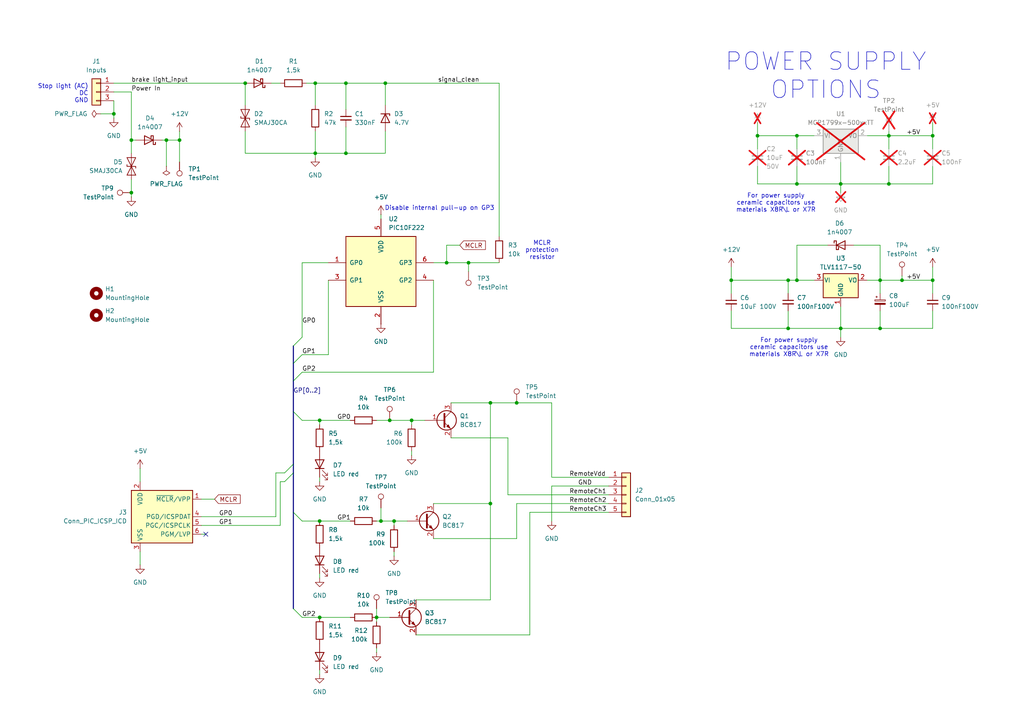
<source format=kicad_sch>
(kicad_sch (version 20231120) (generator "eeschema") (generator_version "8.0")
  (paper "A4")
  (title_block (title "BrakeTouch (Brake light gate opener)") (date "14 Mar 2025") (rev "01") (company "Adriano Arcadipane"))
  (lib_symbols
    (symbol "Connector:Conn_PIC_ICSP_ICD"
      (property "Reference" "J" (at 6.35 8.89 0))
      (property "Value" "Conn_PIC_ICSP_ICD" (at -8.89 -1.27 90))
      (symbol "Conn_PIC_ICSP_ICD_0_1"
        (rectangle (start -7.62 7.62) (end 10.16 -7.62) (stroke (width 0.254)) (fill (type background)))
      )
      (symbol "Conn_PIC_ICSP_ICD_1_1"
        (pin passive line (at 12.7 5.08 180) (length 2.54) (name "~{MCLR}/VPP") (number "1"))
        (pin passive line (at -5.08 10.16 270) (length 2.54) (name "VDD") (number "2"))
        (pin power_in line (at -5.08 -10.16 90) (length 2.54) (name "VSS") (number "3"))
        (pin bidirectional line (at 12.7 0 180) (length 2.54) (name "PGD/ICSPDAT") (number "4"))
        (pin output line (at 12.7 -2.54 180) (length 2.54) (name "PGC/ICSPCLK") (number "5"))
        (pin output line (at 12.7 -5.08 180) (length 2.54) (name "PGM/LVP") (number "6"))
      )
    )
    (symbol "Connector:TestPoint" (pin_numbers hide) (pin_names (offset 0.762) hide)
      (property "Reference" "TP" (at 0 6.858 0))
      (property "Value" "TestPoint" (at 0 5.08 0))
      (symbol "TestPoint_0_1"
        (circle (center 0 3.302) (radius 0.762))
      )
      (symbol "TestPoint_1_1"
        (pin passive line (at 0 0 90) (length 2.54) (name "1") (number "1"))
      )
    )
    (symbol "Connector_Generic:Conn_01x03" (pin_names (offset 1.016) hide)
      (property "Reference" "J" (at 0 5.08 0))
      (property "Value" "Conn_01x03" (at 0 -5.08 0))
      (symbol "Conn_01x03_1_1"
        (rectangle (start -1.27 -2.413) (end 0 -2.667) (stroke (width 0.1524)))
        (rectangle (start -1.27 0.127) (end 0 -0.127) (stroke (width 0.1524)))
        (rectangle (start -1.27 2.667) (end 0 2.413) (stroke (width 0.1524)))
        (rectangle (start -1.27 3.81) (end 1.27 -3.81) (stroke (width 0.254)) (fill (type background)))
        (pin passive line (at -5.08 2.54 0) (length 3.81) (name "Pin_1") (number "1"))
        (pin passive line (at -5.08 0 0) (length 3.81) (name "Pin_2") (number "2"))
        (pin passive line (at -5.08 -2.54 0) (length 3.81) (name "Pin_3") (number "3"))
      )
    )
    (symbol "Connector_Generic:Conn_01x05" (pin_names (offset 1.016) hide)
      (property "Reference" "J" (at 0 7.62 0))
      (property "Value" "Conn_01x05" (at 0 -7.62 0))
      (symbol "Conn_01x05_1_1"
        (rectangle (start -1.27 -4.953) (end 0 -5.207) (stroke (width 0.1524)))
        (rectangle (start -1.27 -2.413) (end 0 -2.667) (stroke (width 0.1524)))
        (rectangle (start -1.27 0.127) (end 0 -0.127) (stroke (width 0.1524)))
        (rectangle (start -1.27 2.667) (end 0 2.413) (stroke (width 0.1524)))
        (rectangle (start -1.27 5.207) (end 0 4.953) (stroke (width 0.1524)))
        (rectangle (start -1.27 6.35) (end 1.27 -6.35) (stroke (width 0.254)) (fill (type background)))
        (pin passive line (at -5.08 5.08 0) (length 3.81) (name "Pin_1") (number "1"))
        (pin passive line (at -5.08 2.54 0) (length 3.81) (name "Pin_2") (number "2"))
        (pin passive line (at -5.08 0 0) (length 3.81) (name "Pin_3") (number "3"))
        (pin passive line (at -5.08 -2.54 0) (length 3.81) (name "Pin_4") (number "4"))
        (pin passive line (at -5.08 -5.08 0) (length 3.81) (name "Pin_5") (number "5"))
      )
    )
    (symbol "Device:C_Polarized_Small" (pin_numbers hide) (pin_names (offset 0.254) hide)
      (property "Reference" "C" (at 0.254 1.778 0))
      (property "Value" "C_Polarized_Small" (at 0.254 -2.032 0))
      (symbol "C_Polarized_Small_0_1"
        (rectangle (start -1.524 -0.3048) (end 1.524 -0.6858) (fill (type outline)))
        (rectangle (start -1.524 0.6858) (end 1.524 0.3048))
        (polyline (pts (xy -1.27 1.524) (xy -0.762 1.524)))
        (polyline (pts (xy -1.016 1.27) (xy -1.016 1.778)))
      )
      (symbol "C_Polarized_Small_1_1"
        (pin passive line (at 0 2.54 270) (length 1.8542) (name "~") (number "1"))
        (pin passive line (at 0 -2.54 90) (length 1.8542) (name "~") (number "2"))
      )
    )
    (symbol "Device:C_Small" (pin_numbers hide) (pin_names (offset 0.254) hide)
      (property "Reference" "C" (at 0.254 1.778 0))
      (property "Value" "C_Small" (at 0.254 -2.032 0))
      (symbol "C_Small_0_1"
        (polyline (pts (xy -1.524 -0.508) (xy 1.524 -0.508)) (stroke (width 0.3302)))
        (polyline (pts (xy -1.524 0.508) (xy 1.524 0.508)) (stroke (width 0.3048)))
      )
      (symbol "C_Small_1_1"
        (pin passive line (at 0 2.54 270) (length 2.032) (name "~") (number "1"))
        (pin passive line (at 0 -2.54 90) (length 2.032) (name "~") (number "2"))
      )
    )
    (symbol "Device:LED" (pin_numbers hide) (pin_names (offset 1.016) hide)
      (property "Reference" "D" (at 0 2.54 0))
      (property "Value" "LED" (at 0 -2.54 0))
      (symbol "LED_0_1"
        (polyline (pts (xy -1.27 -1.27) (xy -1.27 1.27)) (stroke (width 0.254)))
        (polyline (pts (xy -1.27 0) (xy 1.27 0)))
        (polyline (pts (xy 1.27 -1.27) (xy 1.27 1.27) (xy -1.27 0) (xy 1.27 -1.27)) (stroke (width 0.254)))
        (polyline (pts (xy -3.048 -0.762) (xy -4.572 -2.286) (xy -3.81 -2.286) (xy -4.572 -2.286) (xy -4.572 -1.524)))
        (polyline (pts (xy -1.778 -0.762) (xy -3.302 -2.286) (xy -2.54 -2.286) (xy -3.302 -2.286) (xy -3.302 -1.524)))
      )
      (symbol "LED_1_1"
        (pin passive line (at -3.81 0 0) (length 2.54) (name "K") (number "1"))
        (pin passive line (at 3.81 0 180) (length 2.54) (name "A") (number "2"))
      )
    )
    (symbol "Device:R" (pin_numbers hide) (pin_names (offset 0))
      (property "Reference" "R" (at 2.032 0 90))
      (property "Value" "R" (at 0 0 90))
      (symbol "R_0_1"
        (rectangle (start -1.016 -2.54) (end 1.016 2.54) (stroke (width 0.254)))
      )
      (symbol "R_1_1"
        (pin passive line (at 0 3.81 270) (length 1.27) (name "~") (number "1"))
        (pin passive line (at 0 -3.81 90) (length 1.27) (name "~") (number "2"))
      )
    )
    (symbol "Diode:BZV55C4V7" (pin_numbers hide) (pin_names hide)
      (property "Reference" "D" (at 0 2.54 0))
      (property "Value" "BZV55C4V7" (at 0 -2.54 0))
      (symbol "BZV55C4V7_0_1"
        (polyline (pts (xy 1.27 0) (xy -1.27 0)))
        (polyline (pts (xy -1.27 -1.27) (xy -1.27 1.27) (xy -0.762 1.27)) (stroke (width 0.254)))
        (polyline (pts (xy 1.27 -1.27) (xy 1.27 1.27) (xy -1.27 0) (xy 1.27 -1.27)) (stroke (width 0.254)))
      )
      (symbol "BZV55C4V7_1_1"
        (pin passive line (at -3.81 0 0) (length 2.54) (name "K") (number "1"))
        (pin passive line (at 3.81 0 180) (length 2.54) (name "A") (number "2"))
      )
    )
    (symbol "Diode:SMAJ30CA" (pin_numbers hide) (pin_names (offset 1.016) hide)
      (property "Reference" "D" (at 0 2.54 0))
      (property "Value" "SMAJ30CA" (at 0 -2.54 0))
      (symbol "SMAJ30CA_0_1"
        (polyline (pts (xy 1.27 0) (xy -1.27 0)))
        (polyline (pts (xy -2.54 -1.27) (xy 0 0) (xy -2.54 1.27) (xy -2.54 -1.27)) (stroke (width 0.2032)))
        (polyline (pts (xy 0.508 1.27) (xy 0 1.27) (xy 0 -1.27) (xy -0.508 -1.27)) (stroke (width 0.2032)))
        (polyline (pts (xy 2.54 1.27) (xy 2.54 -1.27) (xy 0 0) (xy 2.54 1.27)) (stroke (width 0.2032)))
      )
      (symbol "SMAJ30CA_1_1"
        (pin passive line (at -3.81 0 0) (length 2.54) (name "A1") (number "1"))
        (pin passive line (at 3.81 0 180) (length 2.54) (name "A2") (number "2"))
      )
    )
    (symbol "Diode:SS210" (pin_numbers hide) (pin_names (offset 1.016) hide)
      (property "Reference" "D" (at 0 2.54 0))
      (property "Value" "SS210" (at 0 -2.54 0))
      (symbol "SS210_0_1"
        (polyline (pts (xy 1.27 0) (xy -1.27 0)))
        (polyline (pts (xy 1.27 1.27) (xy 1.27 -1.27) (xy -1.27 0) (xy 1.27 1.27)) (stroke (width 0.254)))
        (polyline (pts (xy -1.905 0.635) (xy -1.905 1.27) (xy -1.27 1.27) (xy -1.27 -1.27) (xy -0.635 -1.27) (xy -0.635 -0.635)) (stroke (width 0.254)))
      )
      (symbol "SS210_1_1"
        (pin passive line (at -3.81 0 0) (length 2.54) (name "K") (number "1"))
        (pin passive line (at 3.81 0 180) (length 2.54) (name "A") (number "2"))
      )
    )
    (symbol "MCU_Microchip_PIC10:PIC10F222-IOT" (pin_names (offset 1.016))
      (property "Reference" "U" (at 1.27 13.97 0))
      (property "Value" "PIC10F222-IOT" (at 1.27 11.43 0))
      (symbol "PIC10F222-IOT_0_1"
        (rectangle (start -10.16 10.16) (end 10.16 -10.16) (stroke (width 0.254)) (fill (type background)))
      )
      (symbol "PIC10F222-IOT_1_1"
        (pin bidirectional line (at -15.24 2.54 0) (length 5.08) (name "GP0") (number "1"))
        (pin power_in line (at 0 -15.24 90) (length 5.08) (name "VSS") (number "2"))
        (pin bidirectional line (at -15.24 -2.54 0) (length 5.08) (name "GP1") (number "3"))
        (pin bidirectional line (at 15.24 -2.54 180) (length 5.08) (name "GP2") (number "4"))
        (pin power_in line (at 0 15.24 270) (length 5.08) (name "VDD") (number "5"))
        (pin input line (at 15.24 2.54 180) (length 5.08) (name "GP3") (number "6"))
      )
    )
    (symbol "Mechanical:MountingHole" (pin_names (offset 1.016)) (exclude_from_sim yes) (in_bom no)
      (property "Reference" "H" (at 0 5.08 0))
      (property "Value" "MountingHole" (at 0 3.175 0))
      (symbol "MountingHole_0_1"
        (circle (center 0 0) (radius 1.27) (stroke (width 1.27)))
      )
    )
    (symbol "Regulator_Linear:MCP1799x-500xxTT" (pin_names (offset 0.254))
      (property "Reference" "U" (at -3.81 3.175 0))
      (property "Value" "MCP1799x-500xxTT" (at 0 3.175 0))
      (symbol "MCP1799x-500xxTT_0_1"
        (rectangle (start -5.08 1.905) (end 5.08 -5.08) (stroke (width 0.254)) (fill (type background)))
      )
      (symbol "MCP1799x-500xxTT_1_1"
        (pin power_in line (at 0 -7.62 90) (length 2.54) (name "GND") (number "1"))
        (pin power_out line (at 7.62 0 180) (length 2.54) (name "VO") (number "2"))
        (pin power_in line (at -7.62 0 0) (length 2.54) (name "VI") (number "3"))
      )
    )
    (symbol "Regulator_Linear:TLV1117-50" (pin_names (offset 0.254))
      (property "Reference" "U" (at -3.81 3.175 0))
      (property "Value" "TLV1117-50" (at 0 3.175 0))
      (symbol "TLV1117-50_0_1"
        (rectangle (start -5.08 -5.08) (end 5.08 1.905) (stroke (width 0.254)) (fill (type background)))
      )
      (symbol "TLV1117-50_1_1"
        (pin power_in line (at 0 -7.62 90) (length 2.54) (name "GND") (number "1"))
        (pin power_out line (at 7.62 0 180) (length 2.54) (name "VO") (number "2"))
        (pin power_in line (at -7.62 0 0) (length 2.54) (name "VI") (number "3"))
      )
    )
    (symbol "Transistor_BJT:BC817" (pin_names (offset 0) hide)
      (property "Reference" "Q" (at 5.08 1.905 0))
      (property "Value" "BC817" (at 5.08 0 0))
      (symbol "BC817_0_1"
        (polyline (pts (xy 0.635 0.635) (xy 2.54 2.54)))
        (polyline (pts (xy 0.635 -0.635) (xy 2.54 -2.54) (xy 2.54 -2.54)))
        (polyline (pts (xy 0.635 1.905) (xy 0.635 -1.905) (xy 0.635 -1.905)) (stroke (width 0.508)))
        (polyline (pts (xy 1.27 -1.778) (xy 1.778 -1.27) (xy 2.286 -2.286) (xy 1.27 -1.778) (xy 1.27 -1.778)) (fill (type outline)))
        (circle (center 1.27 0) (radius 2.8194) (stroke (width 0.254)))
      )
      (symbol "BC817_1_1"
        (pin input line (at -5.08 0 0) (length 5.715) (name "B") (number "1"))
        (pin passive line (at 2.54 -5.08 90) (length 2.54) (name "E") (number "2"))
        (pin passive line (at 2.54 5.08 270) (length 2.54) (name "C") (number "3"))
      )
    )
    (symbol "power:+5V" (power) (pin_numbers hide) (pin_names (offset 0) hide)
      (property "Value" "+5V" (at 0 3.556 0))
      (symbol "+5V_0_1"
        (polyline (pts (xy -0.762 1.27) (xy 0 2.54)))
        (polyline (pts (xy 0 0) (xy 0 2.54)))
        (polyline (pts (xy 0 2.54) (xy 0.762 1.27)))
      )
      (symbol "+5V_1_1"
        (pin power_in line (at 0 0 90) (length 0) (name "~") (number "1"))
      )
    )
    (symbol "power:GND" (power) (pin_numbers hide) (pin_names (offset 0) hide)
      (property "Value" "GND" (at 0 -3.81 0))
      (symbol "GND_0_1"
        (polyline (pts (xy 0 0) (xy 0 -1.27) (xy 1.27 -1.27) (xy 0 -2.54) (xy -1.27 -1.27) (xy 0 -1.27)))
      )
      (symbol "GND_1_1"
        (pin power_in line (at 0 0 270) (length 0) (name "~") (number "1"))
      )
    )
    (symbol "power:PWR_FLAG" (power) (pin_numbers hide) (pin_names (offset 0) hide)
      (property "Value" "PWR_FLAG" (at 0 3.81 0))
      (symbol "PWR_FLAG_0_0"
        (pin power_out line (at 0 0 90) (length 0) (name "~") (number "1"))
      )
      (symbol "PWR_FLAG_0_1"
        (polyline (pts (xy 0 0) (xy 0 1.27) (xy -1.016 1.905) (xy 0 2.54) (xy 1.016 1.905) (xy 0 1.27)))
      )
    )
  )
  (junction (at 228.6 81.28))
  (junction (at 33.02 33.02))
  (junction (at 91.44 24.13))
  (junction (at 48.26 40.64))
  (junction (at 135.89 76.2))
  (junction (at 100.33 44.45))
  (junction (at 231.14 53.34))
  (junction (at 142.24 116.84))
  (junction (at 91.44 44.45))
  (junction (at 111.76 24.13))
  (junction (at 119.38 121.92))
  (junction (at 109.22 179.07))
  (junction (at 270.51 81.28))
  (junction (at 100.33 24.13))
  (junction (at 92.71 151.13))
  (junction (at 92.71 179.07))
  (junction (at 212.09 81.28))
  (junction (at 257.81 53.34))
  (junction (at 243.84 53.34))
  (junction (at 71.12 24.13))
  (junction (at 110.49 151.13))
  (junction (at 113.03 121.92))
  (junction (at 270.51 39.37))
  (junction (at 255.27 95.25))
  (junction (at 219.71 39.37))
  (junction (at 149.86 116.84))
  (junction (at 231.14 39.37))
  (junction (at 228.6 95.25))
  (junction (at 129.54 76.2))
  (junction (at 38.1 40.64))
  (junction (at 257.81 39.37))
  (junction (at 243.84 95.25))
  (junction (at 114.3 151.13))
  (junction (at 261.62 81.28))
  (junction (at 142.24 146.05))
  (junction (at 231.14 81.28))
  (junction (at 52.07 40.64))
  (junction (at 92.71 121.92))
  (junction (at 255.27 81.28))
  (junction (at 38.1 55.88))
  (no_connect (at 59.69 154.94))
  (bus_entry (at 85.09 148.59) (size 2.54 2.54))
  (bus_entry (at 85.09 176.53) (size 2.54 2.54))
  (bus_entry (at 85.09 119.38) (size 2.54 2.54))
  (bus_entry (at 85.09 134.62) (size -2.54 2.54))
  (bus_entry (at 85.09 137.16) (size -2.54 2.54))
  (bus_entry (at 87.63 102.87) (size -2.54 2.54))
  (bus_entry (at 87.63 97.79) (size -2.54 2.54))
  (bus_entry (at 87.63 107.95) (size -2.54 2.54))
  (wire (pts (xy 109.22 179.07) (xy 109.22 180.34)))
  (wire (pts (xy 92.71 151.13) (xy 101.6 151.13)))
  (wire (pts (xy 144.78 24.13) (xy 144.78 68.58)))
  (wire (pts (xy 135.89 76.2) (xy 144.78 76.2)))
  (wire (pts (xy 243.84 53.34) (xy 257.81 53.34)))
  (wire (pts (xy 243.84 88.9) (xy 243.84 95.25)))
  (wire (pts (xy 261.62 80.01) (xy 261.62 81.28)))
  (wire (pts (xy 48.26 40.64) (xy 48.26 48.26)))
  (wire (pts (xy 176.53 140.97) (xy 160.02 140.97)))
  (wire (pts (xy 270.51 43.18) (xy 270.51 39.37)))
  (wire (pts (xy 111.76 44.45) (xy 100.33 44.45)))
  (wire (pts (xy 114.3 151.13) (xy 118.11 151.13)))
  (wire (pts (xy 257.81 48.26) (xy 257.81 53.34)))
  (wire (pts (xy 255.27 81.28) (xy 251.46 81.28)))
  (wire (pts (xy 119.38 121.92) (xy 119.38 123.19)))
  (wire (pts (xy 95.25 81.28) (xy 95.25 102.87)))
  (wire (pts (xy 52.07 38.1) (xy 52.07 40.64)))
  (wire (pts (xy 109.22 151.13) (xy 110.49 151.13)))
  (wire (pts (xy 87.63 76.2) (xy 95.25 76.2)))
  (wire (pts (xy 125.73 107.95) (xy 87.63 107.95)))
  (wire (pts (xy 231.14 53.34) (xy 243.84 53.34)))
  (wire (pts (xy 257.81 38.1) (xy 257.81 39.37)))
  (wire (pts (xy 142.24 116.84) (xy 142.24 146.05)))
  (wire (pts (xy 125.73 146.05) (xy 142.24 146.05)))
  (wire (pts (xy 114.3 151.13) (xy 114.3 152.4)))
  (wire (pts (xy 142.24 146.05) (xy 142.24 173.99)))
  (wire (pts (xy 243.84 53.34) (xy 243.84 55.88)))
  (wire (pts (xy 113.03 121.92) (xy 119.38 121.92)))
  (wire (pts (xy 228.6 81.28) (xy 228.6 85.09)))
  (wire (pts (xy 160.02 116.84) (xy 149.86 116.84)))
  (wire (pts (xy 247.65 71.12) (xy 255.27 71.12)))
  (wire (pts (xy 149.86 146.05) (xy 176.53 146.05)))
  (wire (pts (xy 149.86 156.21) (xy 125.73 156.21)))
  (wire (pts (xy 91.44 38.1) (xy 91.44 44.45)))
  (wire (pts (xy 33.02 33.02) (xy 33.02 34.29)))
  (wire (pts (xy 231.14 81.28) (xy 228.6 81.28)))
  (wire (pts (xy 88.9 24.13) (xy 91.44 24.13)))
  (wire (pts (xy 231.14 39.37) (xy 236.22 39.37)))
  (wire (pts (xy 91.44 24.13) (xy 100.33 24.13)))
  (wire (pts (xy 87.63 151.13) (xy 92.71 151.13)))
  (wire (pts (xy 110.49 151.13) (xy 114.3 151.13)))
  (wire (pts (xy 219.71 35.56) (xy 219.71 39.37)))
  (wire (pts (xy 92.71 179.07) (xy 101.6 179.07)))
  (wire (pts (xy 109.22 187.96) (xy 109.22 189.23)))
  (wire (pts (xy 38.1 26.67) (xy 38.1 40.64)))
  (wire (pts (xy 160.02 138.43) (xy 176.53 138.43)))
  (wire (pts (xy 257.81 39.37) (xy 257.81 43.18)))
  (wire (pts (xy 100.33 44.45) (xy 91.44 44.45)))
  (wire (pts (xy 231.14 48.26) (xy 231.14 53.34)))
  (wire (pts (xy 100.33 36.83) (xy 100.33 44.45)))
  (wire (pts (xy 38.1 40.64) (xy 39.37 40.64)))
  (wire (pts (xy 91.44 44.45) (xy 91.44 45.72)))
  (wire (pts (xy 228.6 95.25) (xy 243.84 95.25)))
  (bus (pts (xy 85.09 119.38) (xy 85.09 134.62)))
  (wire (pts (xy 111.76 38.1) (xy 111.76 44.45)))
  (wire (pts (xy 100.33 31.75) (xy 100.33 24.13)))
  (wire (pts (xy 270.51 90.17) (xy 270.51 95.25)))
  (wire (pts (xy 255.27 81.28) (xy 255.27 85.09)))
  (wire (pts (xy 270.51 85.09) (xy 270.51 81.28)))
  (wire (pts (xy 91.44 24.13) (xy 91.44 30.48)))
  (wire (pts (xy 71.12 44.45) (xy 91.44 44.45)))
  (wire (pts (xy 212.09 81.28) (xy 212.09 85.09)))
  (wire (pts (xy 251.46 39.37) (xy 257.81 39.37)))
  (wire (pts (xy 270.51 77.47) (xy 270.51 81.28)))
  (bus (pts (xy 85.09 148.59) (xy 85.09 176.53)))
  (bus (pts (xy 85.09 137.16) (xy 85.09 148.59)))
  (wire (pts (xy 81.28 139.7) (xy 81.28 152.4)))
  (wire (pts (xy 29.21 33.02) (xy 33.02 33.02)))
  (wire (pts (xy 81.28 152.4) (xy 58.42 152.4)))
  (wire (pts (xy 231.14 71.12) (xy 231.14 81.28)))
  (wire (pts (xy 59.69 154.94) (xy 58.42 154.94)))
  (wire (pts (xy 129.54 71.12) (xy 129.54 76.2)))
  (wire (pts (xy 33.02 24.13) (xy 71.12 24.13)))
  (wire (pts (xy 58.42 144.78) (xy 62.23 144.78)))
  (wire (pts (xy 92.71 194.31) (xy 92.71 195.58)))
  (bus (pts (xy 85.09 100.33) (xy 85.09 105.41)))
  (wire (pts (xy 71.12 38.1) (xy 71.12 44.45)))
  (wire (pts (xy 48.26 40.64) (xy 52.07 40.64)))
  (wire (pts (xy 92.71 166.37) (xy 92.71 167.64)))
  (wire (pts (xy 160.02 140.97) (xy 160.02 151.13)))
  (wire (pts (xy 243.84 95.25) (xy 255.27 95.25)))
  (wire (pts (xy 270.51 81.28) (xy 261.62 81.28)))
  (bus (pts (xy 85.09 134.62) (xy 85.09 137.16)))
  (wire (pts (xy 81.28 139.7) (xy 82.55 139.7)))
  (wire (pts (xy 87.63 179.07) (xy 92.71 179.07)))
  (wire (pts (xy 231.14 81.28) (xy 236.22 81.28)))
  (wire (pts (xy 243.84 95.25) (xy 243.84 97.79)))
  (wire (pts (xy 231.14 39.37) (xy 231.14 43.18)))
  (wire (pts (xy 80.01 149.86) (xy 58.42 149.86)))
  (wire (pts (xy 212.09 77.47) (xy 212.09 81.28)))
  (wire (pts (xy 38.1 52.07) (xy 38.1 55.88)))
  (wire (pts (xy 40.64 135.89) (xy 40.64 139.7)))
  (wire (pts (xy 219.71 39.37) (xy 219.71 43.18)))
  (wire (pts (xy 125.73 81.28) (xy 125.73 107.95)))
  (wire (pts (xy 270.51 48.26) (xy 270.51 53.34)))
  (wire (pts (xy 114.3 160.02) (xy 114.3 161.29)))
  (wire (pts (xy 255.27 81.28) (xy 261.62 81.28)))
  (wire (pts (xy 120.65 184.15) (xy 153.67 184.15)))
  (wire (pts (xy 130.81 127) (xy 147.32 127)))
  (wire (pts (xy 142.24 116.84) (xy 149.86 116.84)))
  (wire (pts (xy 120.65 173.99) (xy 142.24 173.99)))
  (wire (pts (xy 130.81 116.84) (xy 142.24 116.84)))
  (wire (pts (xy 149.86 146.05) (xy 149.86 156.21)))
  (wire (pts (xy 129.54 76.2) (xy 135.89 76.2)))
  (wire (pts (xy 111.76 24.13) (xy 144.78 24.13)))
  (wire (pts (xy 240.03 71.12) (xy 231.14 71.12)))
  (wire (pts (xy 119.38 121.92) (xy 123.19 121.92)))
  (wire (pts (xy 87.63 76.2) (xy 87.63 97.79)))
  (wire (pts (xy 92.71 138.43) (xy 92.71 139.7)))
  (wire (pts (xy 255.27 71.12) (xy 255.27 81.28)))
  (wire (pts (xy 228.6 81.28) (xy 212.09 81.28)))
  (wire (pts (xy 38.1 40.64) (xy 38.1 44.45)))
  (bus (pts (xy 85.09 110.49) (xy 85.09 119.38)))
  (wire (pts (xy 100.33 24.13) (xy 111.76 24.13)))
  (bus (pts (xy 85.09 105.41) (xy 85.09 110.49)))
  (wire (pts (xy 52.07 46.99) (xy 52.07 40.64)))
  (wire (pts (xy 270.51 39.37) (xy 257.81 39.37)))
  (wire (pts (xy 119.38 130.81) (xy 119.38 132.08)))
  (wire (pts (xy 40.64 160.02) (xy 40.64 163.83)))
  (wire (pts (xy 92.71 121.92) (xy 101.6 121.92)))
  (wire (pts (xy 257.81 53.34) (xy 270.51 53.34)))
  (wire (pts (xy 109.22 179.07) (xy 113.03 179.07)))
  (wire (pts (xy 109.22 121.92) (xy 113.03 121.92)))
  (wire (pts (xy 87.63 121.92) (xy 92.71 121.92)))
  (wire (pts (xy 147.32 143.51) (xy 176.53 143.51)))
  (wire (pts (xy 80.01 137.16) (xy 80.01 149.86)))
  (wire (pts (xy 147.32 127) (xy 147.32 143.51)))
  (wire (pts (xy 133.35 71.12) (xy 129.54 71.12)))
  (wire (pts (xy 125.73 76.2) (xy 129.54 76.2)))
  (wire (pts (xy 48.26 40.64) (xy 46.99 40.64)))
  (wire (pts (xy 255.27 95.25) (xy 270.51 95.25)))
  (wire (pts (xy 270.51 35.56) (xy 270.51 39.37)))
  (wire (pts (xy 80.01 137.16) (xy 82.55 137.16)))
  (wire (pts (xy 110.49 147.32) (xy 110.49 151.13)))
  (wire (pts (xy 109.22 176.53) (xy 109.22 179.07)))
  (wire (pts (xy 212.09 95.25) (xy 212.09 90.17)))
  (wire (pts (xy 228.6 90.17) (xy 228.6 95.25)))
  (wire (pts (xy 71.12 24.13) (xy 71.12 30.48)))
  (wire (pts (xy 219.71 53.34) (xy 219.71 48.26)))
  (wire (pts (xy 160.02 116.84) (xy 160.02 138.43)))
  (wire (pts (xy 153.67 148.59) (xy 176.53 148.59)))
  (wire (pts (xy 38.1 55.88) (xy 38.1 57.15)))
  (wire (pts (xy 219.71 39.37) (xy 231.14 39.37)))
  (wire (pts (xy 219.71 53.34) (xy 231.14 53.34)))
  (wire (pts (xy 111.76 24.13) (xy 111.76 30.48)))
  (wire (pts (xy 87.63 102.87) (xy 95.25 102.87)))
  (wire (pts (xy 78.74 24.13) (xy 81.28 24.13)))
  (wire (pts (xy 38.1 26.67) (xy 33.02 26.67)))
  (wire (pts (xy 110.49 62.23) (xy 110.49 63.5)))
  (wire (pts (xy 92.71 121.92) (xy 92.71 123.19)))
  (wire (pts (xy 255.27 90.17) (xy 255.27 95.25)))
  (wire (pts (xy 243.84 46.99) (xy 243.84 53.34)))
  (wire (pts (xy 153.67 148.59) (xy 153.67 184.15)))
  (wire (pts (xy 212.09 95.25) (xy 228.6 95.25)))
  (wire (pts (xy 135.89 76.2) (xy 135.89 78.74)))
  (wire (pts (xy 33.02 29.21) (xy 33.02 33.02)))
  (text "POWER SUPPLY\nOPTIONS" (at 239.522 22.098 0) (effects (font (size 5.08 5.08))))
  (text "For power supply\nceramic capacitors use\nmaterials X8R\\L or X7R" (at 225.044 58.928 0) (effects (font (size 1.27 1.27))))
  (text "For power supply\nceramic capacitors use\nmaterials X8R\\L or X7R" (at 228.854 100.838 0) (effects (font (size 1.27 1.27))))
  (text "Disable internal pull-up on GP3" (at 127.508 60.452 0) (effects (font (size 1.27 1.27))))
  (text "MCLR\nprotection\nresistor" (at 157.226 72.644 0) (effects (font (size 1.27 1.27))))
  (text "Stop light (AC)\nDC\nGND" (at 25.654 27.178 0) (effects (font (size 1.27 1.27)) (justify right)))
  (label "GP2" (at 87.63 107.95 0))
  (label "GP1" (at 63.5 152.4 0))
  (label "RemoteCh3" (at 165.1 148.59 0))
  (label "Power In" (at 38.1 26.67 0))
  (label "RemoteCh1" (at 165.1 143.51 0))
  (label "RemoteCh2" (at 165.1 146.05 0))
  (label "GP1" (at 87.63 102.87 0))
  (label "RemoteVdd" (at 165.1 138.43 0))
  (label "GP0" (at 87.63 93.98 0))
  (label "GP0" (at 97.79 121.92 0))
  (label "GP[0..2]" (at 85.09 114.3 0))
  (label "brake light_input" (at 38.1 24.13 0))
  (label "+5V" (at 262.89 81.28 0))
  (label "GP0" (at 63.5 149.86 0))
  (label "+5V" (at 262.89 39.37 0))
  (label "GP2" (at 87.63 179.07 0))
  (label "signal_clean" (at 127 24.13 0))
  (label "GP1" (at 97.79 151.13 0))
  (label "GND" (at 167.64 140.97 0))
  (global_label "MCLR" (shape input) (at 62.23 144.78 0) (property "Intersheetrefs" "${INTERSHEET_REFS}" (effects (hide yes))))
  (global_label "MCLR" (shape input) (at 133.35 71.12 0) (property "Intersheetrefs" "${INTERSHEET_REFS}" (effects (hide yes))))
  (symbol (lib_id "power:GND") (at 243.84 97.79 0) (unit 1)
    (property "Reference" "#PWR013" (effects (hide yes)))
    (property "Value" "GND" (at 243.84 102.87 0))
    (property "Description" "Power symbol creates a global label with name \"GND\" , ground" (effects (hide yes)))
  )
  (symbol (lib_id "Device:R") (at 85.09 24.13 270) (unit 1)
    (property "Reference" "R1" (at 85.09 17.78 90))
    (property "Value" "1,5k" (at 85.09 20.32 90))
    (property "Footprint" "Resistor_SMD:R_0805_2012Metric" (effects (hide yes)))
    (property "Datasheet" "https://jlcpcb.com/api/file/downloadByFileSystemAccessId/8579706440690286592" (effects (hide yes)))
    (property "Description" "Resistor" (effects (hide yes)))
    (property "P/N" "0805W8F1501T5E" (effects (hide yes)))
  )
  (symbol (lib_id "Device:R") (at 105.41 179.07 90) (unit 1)
    (property "Reference" "R10" (at 105.41 172.72 90))
    (property "Value" "10k" (at 105.41 175.26 90))
    (property "Footprint" "Resistor_SMD:R_0805_2012Metric" (effects (hide yes)))
    (property "Datasheet" "https://jlcpcb.com/api/file/downloadByFileSystemAccessId/8579706440690286592" (effects (hide yes)))
    (property "Description" "Resistor" (effects (hide yes)))
    (property "P/N" "0805W8F1002T5E" (effects (hide yes)))
  )
  (symbol (lib_id "Device:C_Small") (at 257.81 45.72 0) (unit 1) (exclude_from_sim yes) (in_bom no) (on_board no) (dnp yes)
    (property "Reference" "C4" (at 260.35 44.4562 0) (effects (justify left)))
    (property "Value" "2.2uF" (at 260.35 46.9962 0) (effects (justify left)))
    (property "Footprint" "Capacitor_SMD:C_0805_2012Metric" (effects (hide yes)))
    (property "Datasheet" "Samsung" (effects (hide yes)))
    (property "Description" "Unpolarized capacitor, small symbol" (effects (hide yes)))
    (property "P/N" "CL21A225KBQNNNE" (effects (hide yes)))
  )
  (symbol (lib_id "Mechanical:MountingHole") (at 27.94 85.09 0) (unit 1) (exclude_from_sim yes) (in_bom no)
    (property "Reference" "H1" (at 30.48 83.8199 0) (effects (justify left)))
    (property "Value" "MountingHole" (at 30.48 86.3599 0) (effects (justify left)))
    (property "Footprint" "MountingHole:MountingHole_3.2mm_M3" (effects (hide yes)))
    (property "Description" "Mounting Hole without connection" (effects (hide yes)))
  )
  (symbol (lib_id "Device:C_Small") (at 212.09 87.63 0) (unit 1)
    (property "Reference" "C6" (at 214.63 86.3662 0) (effects (justify left)))
    (property "Value" "10uF 100V" (at 214.63 88.9062 0) (effects (justify left)))
    (property "Footprint" "Capacitor_SMD:C_1210_3225Metric" (effects (hide yes)))
    (property "Datasheet" "https://www.lcsc.com/datasheet/lcsc_datasheet_2410121942_Murata-Electronics-GRM32EC72A106KE05L_C576517.pdf" (effects (hide yes)))
    (property "Description" "Unpolarized capacitor, small symbol" (effects (hide yes)))
    (property "P/N" "GRM32EC72A106KE05L" (effects (hide yes)))
  )
  (symbol (lib_id "Connector_Generic:Conn_01x05") (at 181.61 143.51 0) (unit 1)
    (property "Reference" "J2" (at 184.15 142.2399 0) (effects (justify left)))
    (property "Value" "Conn_01x05" (at 184.15 144.7799 0) (effects (justify left)))
    (property "Footprint" "Connector_PinHeader_2.54mm:PinHeader_1x05_P2.54mm_Vertical" (effects (hide yes)))
    (property "Description" "Generic connector, single row, 01x05, script generated (kicad-library-utils/schlib/autogen/connector/)" (effects (hide yes)))
    (property "P/N" "PinHeader_1x05_P2.54mm_Vertical" (effects (hide yes)))
  )
  (symbol (lib_id "Device:LED") (at 92.71 190.5 90) (unit 1)
    (property "Reference" "D9" (at 96.52 190.8174 90) (effects (justify right)))
    (property "Value" "LED red" (at 96.52 193.3574 90) (effects (justify right)))
    (property "Footprint" "LED_SMD:LED_0805_2012Metric" (effects (hide yes)))
    (property "Datasheet" "https://www.lcsc.com/datasheet/lcsc_datasheet_2409272203_Foshan-NationStar-Optoelectronics-NCD0805R1_C84256.pdf" (effects (hide yes)))
    (property "Description" "Light emitting diode" (effects (hide yes)))
    (property "P/N" "NCD0805R1" (effects (hide yes)))
  )
  (symbol (lib_id "Device:C_Polarized_Small") (at 255.27 87.63 0) (unit 1)
    (property "Reference" "C8" (at 257.81 85.8138 0) (effects (justify left)))
    (property "Value" "100uF" (at 257.81 88.3538 0) (effects (justify left)))
    (property "Footprint" "Capacitor_SMD:CP_Elec_6.3x7.7" (effects (hide yes)))
    (property "Datasheet" "https://www.lcsc.com/datasheet/lcsc_datasheet_2410121622_NCC-Nippon-Chemi-Con-EMZA350ARA101MF80G_C2972719.pdf" (effects (hide yes)))
    (property "Description" "Polarized capacitor, small symbol" (effects (hide yes)))
    (property "P/N" "EMZA350ARA101MF80G" (effects (hide yes)))
  )
  (symbol (lib_id "Connector:TestPoint") (at 52.07 46.99 180) (unit 1)
    (property "Reference" "TP1" (at 54.61 49.0219 0) (effects (justify right)))
    (property "Value" "TestPoint" (at 54.61 51.5619 0) (effects (justify right)))
    (property "Footprint" "AA_MyLibrary:My-TestPoint_Pad_D1.0mm" (effects (hide yes)))
    (property "Description" "test point" (effects (hide yes)))
  )
  (symbol (lib_id "Transistor_BJT:BC817") (at 118.11 179.07 0) (unit 1)
    (property "Reference" "Q3" (at 123.19 177.7999 0) (effects (justify left)))
    (property "Value" "BC817" (at 123.19 180.3399 0) (effects (justify left)))
    (property "Footprint" "Package_TO_SOT_SMD:SOT-23" (effects (hide yes)))
    (property "Datasheet" "https://www.onsemi.com/pub/Collateral/BC818-D.pdf" (effects (hide yes)))
    (property "Description" "0.8A Ic, 45V Vce, NPN Transistor, SOT-23" (effects (hide yes)))
    (property "P/N" "BC817" (effects (hide yes)))
  )
  (symbol (lib_id "Diode:SMAJ30CA") (at 38.1 48.26 90) (unit 1)
    (property "Reference" "D5" (at 35.56 46.9899 90) (effects (justify left)))
    (property "Value" "SMAJ30CA" (at 35.56 49.5299 90) (effects (justify left)))
    (property "Footprint" "Diode_SMD:D_SMA" (effects (hide yes)))
    (property "Datasheet" "https://www.littelfuse.com/media?resourcetype=datasheets&itemid=75e32973-b177-4ee3-a0ff-cedaf1abdb93&filename=smaj-datasheet" (effects (hide yes)))
    (property "Description" "400W bidirectional Transient Voltage Suppressor, 30.0Vr, SMA(DO-214AC)" (effects (hide yes)))
    (property "P/N" "SMAJ30CA" (effects (hide yes)))
  )
  (symbol (lib_id "power:+5V") (at 110.49 62.23 0) (unit 1)
    (property "Reference" "#PWR05" (effects (hide yes)))
    (property "Value" "+5V" (at 110.49 57.15 0))
    (property "Description" "Power symbol creates a global label with name \"+5V\"" (effects (hide yes)))
  )
  (symbol (lib_id "power:+5V") (at 212.09 77.47 0) (unit 1)
    (property "Reference" "#PWR010" (effects (hide yes)))
    (property "Value" "+12V" (at 212.09 72.39 0))
    (property "Description" "Power symbol creates a global label with name \"+5V\"" (effects (hide yes)))
  )
  (symbol (lib_id "Device:R") (at 92.71 127 0) (unit 1)
    (property "Reference" "R5" (at 95.25 125.7299 0) (effects (justify left)))
    (property "Value" "1,5k" (at 95.25 128.2699 0) (effects (justify left)))
    (property "Footprint" "Resistor_SMD:R_0805_2012Metric" (effects (hide yes)))
    (property "Datasheet" "https://jlcpcb.com/api/file/downloadByFileSystemAccessId/8579706440690286592" (effects (hide yes)))
    (property "Description" "Resistor" (effects (hide yes)))
    (property "P/N" "0805W8F1501T5E" (effects (hide yes)))
  )
  (symbol (lib_id "MCU_Microchip_PIC10:PIC10F222-IOT") (at 110.49 78.74 0) (unit 1)
    (property "Reference" "U2" (at 112.6841 63.5 0) (effects (justify left)))
    (property "Value" "PIC10F222" (at 112.6841 66.04 0) (effects (justify left)))
    (property "Footprint" "Package_TO_SOT_SMD:SOT-23-6" (effects (hide yes)))
    (property "Datasheet" "http://ww1.microchip.com/downloads/en/DeviceDoc/41270E.pdf" (effects (hide yes)))
    (property "Description" "512W Flash, 24B SRAM, SOT-23-6" (effects (hide yes)))
    (property "P/N" " PIC10F222T-E/OT" (effects (hide yes)))
  )
  (symbol (lib_id "power:GND") (at 109.22 189.23 0) (unit 1)
    (property "Reference" "#PWR020" (effects (hide yes)))
    (property "Value" "GND" (at 109.22 194.31 0))
    (property "Description" "Power symbol creates a global label with name \"GND\" , ground" (effects (hide yes)))
  )
  (symbol (lib_id "power:PWR_FLAG") (at 48.26 48.26 180) (unit 1)
    (property "Reference" "#FLG02" (effects (hide yes)))
    (property "Value" "PWR_FLAG" (at 48.26 53.34 0))
    (property "Description" "Special symbol for telling ERC where power comes from" (effects (hide yes)))
  )
  (symbol (lib_id "power:GND") (at 114.3 161.29 0) (unit 1)
    (property "Reference" "#PWR017" (effects (hide yes)))
    (property "Value" "GND" (at 114.3 166.37 0))
    (property "Description" "Power symbol creates a global label with name \"GND\" , ground" (effects (hide yes)))
  )
  (symbol (lib_id "Device:C_Small") (at 231.14 45.72 0) (unit 1) (exclude_from_sim yes) (in_bom no) (on_board no) (dnp yes)
    (property "Reference" "C3" (at 233.68 44.4562 0) (effects (justify left)))
    (property "Value" "100nF" (at 233.68 46.9962 0) (effects (justify left)))
    (property "Footprint" "Capacitor_SMD:C_0805_2012Metric" (effects (hide yes)))
    (property "Datasheet" "Samsung CL21B104KCFNNNE" (effects (hide yes)))
    (property "Description" "Unpolarized capacitor, small symbol" (effects (hide yes)))
  )
  (symbol (lib_id "Diode:SS210") (at 74.93 24.13 180) (unit 1)
    (property "Reference" "D1" (at 75.2475 17.78 0))
    (property "Value" "1n4007" (at 75.2475 20.32 0))
    (property "Footprint" "AA_MyLibrary:D_SOD-123FL" (effects (hide yes)))
    (property "Datasheet" "https://www.lcsc.com/datasheet/lcsc_datasheet_2410121951_TWGMC-1N4007_C727082.pdf" (effects (hide yes)))
    (property "Description" "Diode" (effects (hide yes)))
    (property "P/N" "1N4007" (effects (hide yes)))
  )
  (symbol (lib_id "power:GND") (at 38.1 57.15 0) (unit 1)
    (property "Reference" "#PWR04" (effects (hide yes)))
    (property "Value" "GND" (at 38.1 62.23 0))
    (property "Description" "Power symbol creates a global label with name \"GND\" , ground" (effects (hide yes)))
  )
  (symbol (lib_id "power:GND") (at 92.71 167.64 0) (unit 1)
    (property "Reference" "#PWR019" (effects (hide yes)))
    (property "Value" "GND" (at 92.71 172.72 0))
    (property "Description" "Power symbol creates a global label with name \"GND\" , ground" (effects (hide yes)))
  )
  (symbol (lib_id "Mechanical:MountingHole") (at 27.94 91.44 0) (unit 1) (exclude_from_sim yes) (in_bom no)
    (property "Reference" "H2" (at 30.48 90.1699 0) (effects (justify left)))
    (property "Value" "MountingHole" (at 30.48 92.7099 0) (effects (justify left)))
    (property "Footprint" "MountingHole:MountingHole_3.2mm_M3" (effects (hide yes)))
    (property "Description" "Mounting Hole without connection" (effects (hide yes)))
  )
  (symbol (lib_id "power:GND") (at 33.02 34.29 0) (unit 1)
    (property "Reference" "#PWR01" (effects (hide yes)))
    (property "Value" "GND" (at 33.02 39.37 0))
    (property "Description" "Power symbol creates a global label with name \"GND\" , ground" (effects (hide yes)))
  )
  (symbol (lib_id "Connector:TestPoint") (at 261.62 80.01 0) (unit 1)
    (property "Reference" "TP4" (at 261.62 71.12 0))
    (property "Value" "TestPoint" (at 261.62 73.66 0))
    (property "Footprint" "AA_MyLibrary:My-TestPoint_Pad_D1.0mm" (effects (hide yes)))
    (property "Description" "test point" (effects (hide yes)))
  )
  (symbol (lib_id "power:GND") (at 119.38 132.08 0) (unit 1)
    (property "Reference" "#PWR014" (effects (hide yes)))
    (property "Value" "GND" (at 119.38 137.16 0))
    (property "Description" "Power symbol creates a global label with name \"GND\" , ground" (effects (hide yes)))
  )
  (symbol (lib_id "Device:C_Small") (at 100.33 34.29 0) (unit 1)
    (property "Reference" "C1" (at 102.87 33.0262 0) (effects (justify left)))
    (property "Value" "330nF" (at 102.87 35.5662 0) (effects (justify left)))
    (property "Footprint" "Capacitor_SMD:C_0805_2012Metric" (effects (hide yes)))
    (property "Datasheet" "https://www.lcsc.com/datasheet/lcsc_datasheet_1810191226_Samsung-Electro-Mechanics-CL21B334KBFNNNE_C73142.pdf" (effects (hide yes)))
    (property "Description" "Unpolarized capacitor, small symbol" (effects (hide yes)))
    (property "P/N" "CL21B334KBFNNNE" (effects (hide yes)))
  )
  (symbol (lib_id "power:GND") (at 243.84 55.88 0) (unit 1) (exclude_from_sim yes) (in_bom no) (on_board no) (dnp yes)
    (property "Reference" "#PWR08" (effects (hide yes)))
    (property "Value" "GND" (at 243.84 60.96 0))
    (property "Description" "Power symbol creates a global label with name \"GND\" , ground" (effects (hide yes)))
  )
  (symbol (lib_id "Regulator_Linear:TLV1117-50") (at 243.84 81.28 0) (unit 1)
    (property "Reference" "U3" (at 243.84 74.93 0))
    (property "Value" "TLV1117-50" (at 243.84 77.47 0))
    (property "Footprint" "Package_TO_SOT_SMD:SOT-223-3_TabPin2" (effects (hide yes)))
    (property "Datasheet" "http://www.ti.com/lit/ds/symlink/tlv1117.pdf" (effects (hide yes)))
    (property "Description" "800mA Low-Dropout Linear Regulator, 5.0V fixed output, TO-220/TO-252/TO-263/SOT-223" (effects (hide yes)))
    (property "P/N" "TLV1117-50IDCY" (effects (hide yes)))
  )
  (symbol (lib_id "Device:C_Small") (at 270.51 45.72 0) (unit 1) (exclude_from_sim yes) (in_bom no) (on_board no) (dnp yes)
    (property "Reference" "C5" (at 273.05 44.4562 0) (effects (justify left)))
    (property "Value" "100nF" (at 273.05 46.9962 0) (effects (justify left)))
    (property "Footprint" "Capacitor_SMD:C_0805_2012Metric" (effects (hide yes)))
    (property "Datasheet" "Samsung CL21B104KCFNNNE" (effects (hide yes)))
    (property "Description" "Unpolarized capacitor, small symbol" (effects (hide yes)))
  )
  (symbol (lib_id "Connector:TestPoint") (at 149.86 116.84 0) (unit 1)
    (property "Reference" "TP5" (at 152.4 112.2679 0) (effects (justify left)))
    (property "Value" "TestPoint" (at 152.4 114.8079 0) (effects (justify left)))
    (property "Footprint" "AA_MyLibrary:My-TestPoint_Pad_D1.0mm" (effects (hide yes)))
    (property "Description" "test point" (effects (hide yes)))
  )
  (symbol (lib_id "Regulator_Linear:MCP1799x-500xxTT") (at 243.84 39.37 0) (unit 1) (exclude_from_sim yes) (in_bom no) (on_board no) (dnp yes)
    (property "Reference" "U1" (at 243.84 33.02 0))
    (property "Value" "MCP1799x-500xxTT" (at 243.84 35.56 0))
    (property "Footprint" "Package_TO_SOT_SMD:SOT-23-6" (effects (hide yes)))
    (property "Datasheet" "https://ww1.microchip.com/downloads/en/DeviceDoc/MCP1799-Data-Sheet-20006248A.pdf" (effects (hide yes)))
    (property "Description" "80 mA High-Voltage Automotive LDO, 5V output, SOT-23" (effects (hide yes)))
  )
  (symbol (lib_id "Diode:SMAJ30CA") (at 71.12 34.29 90) (unit 1)
    (property "Reference" "D2" (at 73.66 33.0199 90) (effects (justify right)))
    (property "Value" "SMAJ30CA" (at 73.66 35.5599 90) (effects (justify right)))
    (property "Footprint" "Diode_SMD:D_SMA" (effects (hide yes)))
    (property "Datasheet" "https://www.littelfuse.com/media?resourcetype=datasheets&itemid=75e32973-b177-4ee3-a0ff-cedaf1abdb93&filename=smaj-datasheet" (effects (hide yes)))
    (property "Description" "400W bidirectional Transient Voltage Suppressor, 30.0Vr, SMA(DO-214AC)" (effects (hide yes)))
    (property "P/N" "SMAJ30CA" (effects (hide yes)))
  )
  (symbol (lib_id "Transistor_BJT:BC817") (at 123.19 151.13 0) (unit 1)
    (property "Reference" "Q2" (at 128.27 149.8599 0) (effects (justify left)))
    (property "Value" "BC817" (at 128.27 152.3999 0) (effects (justify left)))
    (property "Footprint" "Package_TO_SOT_SMD:SOT-23" (effects (hide yes)))
    (property "Datasheet" "https://www.onsemi.com/pub/Collateral/BC818-D.pdf" (effects (hide yes)))
    (property "Description" "0.8A Ic, 45V Vce, NPN Transistor, SOT-23" (effects (hide yes)))
    (property "P/N" "BC817" (effects (hide yes)))
  )
  (symbol (lib_id "power:GND") (at 91.44 45.72 0) (unit 1)
    (property "Reference" "#PWR03" (effects (hide yes)))
    (property "Value" "GND" (at 91.44 50.8 0))
    (property "Description" "Power symbol creates a global label with name \"GND\" , ground" (effects (hide yes)))
  )
  (symbol (lib_id "Device:R") (at 105.41 151.13 90) (unit 1)
    (property "Reference" "R7" (at 105.41 144.78 90))
    (property "Value" "10k" (at 105.41 147.32 90))
    (property "Footprint" "Resistor_SMD:R_0805_2012Metric" (effects (hide yes)))
    (property "Datasheet" "https://jlcpcb.com/api/file/downloadByFileSystemAccessId/8579706440690286592" (effects (hide yes)))
    (property "Description" "Resistor" (effects (hide yes)))
    (property "P/N" "0805W8F1002T5E" (effects (hide yes)))
  )
  (symbol (lib_id "power:GND") (at 92.71 195.58 0) (unit 1)
    (property "Reference" "#PWR021" (effects (hide yes)))
    (property "Value" "GND" (at 92.71 200.66 0))
    (property "Description" "Power symbol creates a global label with name \"GND\" , ground" (effects (hide yes)))
  )
  (symbol (lib_id "Device:R") (at 91.44 34.29 0) (unit 1)
    (property "Reference" "R2" (at 93.98 33.0199 0) (effects (justify left)))
    (property "Value" "47k" (at 93.98 35.5599 0) (effects (justify left)))
    (property "Footprint" "Resistor_SMD:R_0805_2012Metric" (effects (hide yes)))
    (property "Datasheet" "https://jlcpcb.com/api/file/downloadByFileSystemAccessId/8579706440690286592" (effects (hide yes)))
    (property "Description" "Resistor" (effects (hide yes)))
    (property "P/N" "0805W8F4702T5E" (effects (hide yes)))
  )
  (symbol (lib_id "Device:R") (at 105.41 121.92 90) (unit 1)
    (property "Reference" "R4" (at 105.41 115.57 90))
    (property "Value" "10k" (at 105.41 118.11 90))
    (property "Footprint" "Resistor_SMD:R_0805_2012Metric" (effects (hide yes)))
    (property "Datasheet" "https://jlcpcb.com/api/file/downloadByFileSystemAccessId/8579706440690286592" (effects (hide yes)))
    (property "Description" "Resistor" (effects (hide yes)))
    (property "P/N" "0805W8F1002T5E" (effects (hide yes)))
  )
  (symbol (lib_id "Device:LED") (at 92.71 162.56 90) (unit 1)
    (property "Reference" "D8" (at 96.52 162.8774 90) (effects (justify right)))
    (property "Value" "LED red" (at 96.52 165.4174 90) (effects (justify right)))
    (property "Footprint" "LED_SMD:LED_0805_2012Metric" (effects (hide yes)))
    (property "Datasheet" "https://www.lcsc.com/datasheet/lcsc_datasheet_2409272203_Foshan-NationStar-Optoelectronics-NCD0805R1_C84256.pdf" (effects (hide yes)))
    (property "Description" "Light emitting diode" (effects (hide yes)))
    (property "P/N" "NCD0805R1" (effects (hide yes)))
  )
  (symbol (lib_id "Transistor_BJT:BC817") (at 128.27 121.92 0) (unit 1)
    (property "Reference" "Q1" (at 133.35 120.6499 0) (effects (justify left)))
    (property "Value" "BC817" (at 133.35 123.1899 0) (effects (justify left)))
    (property "Footprint" "Package_TO_SOT_SMD:SOT-23" (effects (hide yes)))
    (property "Datasheet" "https://www.onsemi.com/pub/Collateral/BC818-D.pdf" (effects (hide yes)))
    (property "Description" "0.8A Ic, 45V Vce, NPN Transistor, SOT-23" (effects (hide yes)))
    (property "P/N" "BC817" (effects (hide yes)))
  )
  (symbol (lib_id "Device:R") (at 92.71 182.88 0) (unit 1)
    (property "Reference" "R11" (at 95.25 181.6099 0) (effects (justify left)))
    (property "Value" "1,5k" (at 95.25 184.1499 0) (effects (justify left)))
    (property "Footprint" "Resistor_SMD:R_0805_2012Metric" (effects (hide yes)))
    (property "Datasheet" "https://jlcpcb.com/api/file/downloadByFileSystemAccessId/8579706440690286592" (effects (hide yes)))
    (property "Description" "Resistor" (effects (hide yes)))
    (property "P/N" "0805W8F1501T5E" (effects (hide yes)))
  )
  (symbol (lib_id "power:GND") (at 92.71 139.7 0) (unit 1)
    (property "Reference" "#PWR016" (effects (hide yes)))
    (property "Value" "GND" (at 92.71 144.78 0))
    (property "Description" "Power symbol creates a global label with name \"GND\" , ground" (effects (hide yes)))
  )
  (symbol (lib_id "power:+5V") (at 270.51 35.56 0) (unit 1) (exclude_from_sim yes) (in_bom no) (on_board no) (dnp yes)
    (property "Reference" "#PWR07" (effects (hide yes)))
    (property "Value" "+5V" (at 270.51 30.48 0))
    (property "Description" "Power symbol creates a global label with name \"+5V\"" (effects (hide yes)))
  )
  (symbol (lib_id "Device:R") (at 92.71 154.94 0) (unit 1)
    (property "Reference" "R8" (at 95.25 153.6699 0) (effects (justify left)))
    (property "Value" "1,5k" (at 95.25 156.2099 0) (effects (justify left)))
    (property "Footprint" "Resistor_SMD:R_0805_2012Metric" (effects (hide yes)))
    (property "Datasheet" "https://jlcpcb.com/api/file/downloadByFileSystemAccessId/8579706440690286592" (effects (hide yes)))
    (property "Description" "Resistor" (effects (hide yes)))
    (property "P/N" "0805W8F1501T5E" (effects (hide yes)))
  )
  (symbol (lib_id "Connector:TestPoint") (at 38.1 55.88 90) (unit 1)
    (property "Reference" "TP9" (at 33.02 54.6099 90) (effects (justify left)))
    (property "Value" "TestPoint" (at 33.02 57.1499 90) (effects (justify left)))
    (property "Footprint" "AA_MyLibrary:My-TestPoint_Pad_D1.0mm" (effects (hide yes)))
    (property "Description" "test point" (effects (hide yes)))
  )
  (symbol (lib_id "Device:R") (at 144.78 72.39 180) (unit 1)
    (property "Reference" "R3" (at 147.32 71.1199 0) (effects (justify right)))
    (property "Value" "10k" (at 147.32 73.6599 0) (effects (justify right)))
    (property "Footprint" "Resistor_SMD:R_0805_2012Metric" (effects (hide yes)))
    (property "Datasheet" "https://jlcpcb.com/api/file/downloadByFileSystemAccessId/8579706440690286592" (effects (hide yes)))
    (property "Description" "Resistor" (effects (hide yes)))
    (property "P/N" "0805W8F1002T5E" (effects (hide yes)))
  )
  (symbol (lib_id "Diode:SS210") (at 43.18 40.64 180) (unit 1)
    (property "Reference" "D4" (at 43.4975 34.29 0))
    (property "Value" "1n4007" (at 43.4975 36.83 0))
    (property "Footprint" "AA_MyLibrary:D_SOD-123FL" (effects (hide yes)))
    (property "Datasheet" "https://www.lcsc.com/datasheet/lcsc_datasheet_2410121951_TWGMC-1N4007_C727082.pdf" (effects (hide yes)))
    (property "Description" "Diode" (effects (hide yes)))
    (property "P/N" "1N4007" (effects (hide yes)))
  )
  (symbol (lib_id "Connector_Generic:Conn_01x03") (at 27.94 26.67 0) (mirror y) (unit 1) (in_bom no)
    (property "Reference" "J1" (at 27.94 17.78 0))
    (property "Value" "Inputs" (at 27.94 20.32 0))
    (property "Footprint" "AA_MyLibrary:SolderWirePad_1x03_SMD_5x2mm" (effects (hide yes)))
    (property "Description" "Generic solder pads single row, 01x03" (effects (hide yes)))
  )
  (symbol (lib_id "Diode:BZV55C4V7") (at 111.76 34.29 270) (unit 1)
    (property "Reference" "D3" (at 114.3 33.0199 90) (effects (justify left)))
    (property "Value" "4.7V" (at 114.3 35.5599 90) (effects (justify left)))
    (property "Footprint" "Diode_SMD:D_MiniMELF" (effects (hide yes)))
    (property "Datasheet" "https://assets.nexperia.com/documents/data-sheet/BZV55_SER.pdf" (effects (hide yes)))
    (property "Description" "4.7V, 500mW, 5%, Zener diode, MiniMELF" (effects (hide yes)))
    (property "P/N" "BZV55C4V7" (effects (hide yes)))
  )
  (symbol (lib_id "Device:R") (at 109.22 184.15 180) (unit 1)
    (property "Reference" "R12" (at 106.68 182.8799 0) (effects (justify left)))
    (property "Value" "100k" (at 106.68 185.4199 0) (effects (justify left)))
    (property "Footprint" "Resistor_SMD:R_0805_2012Metric" (effects (hide yes)))
    (property "Datasheet" "https://jlcpcb.com/api/file/downloadByFileSystemAccessId/8579706440690286592" (effects (hide yes)))
    (property "Description" "Resistor" (effects (hide yes)))
    (property "P/N" "0805W8F1003T5E" (effects (hide yes)))
  )
  (symbol (lib_id "Device:C_Small") (at 270.51 87.63 0) (unit 1)
    (property "Reference" "C9" (at 273.05 86.3662 0) (effects (justify left)))
    (property "Value" "100nF100V" (at 273.05 88.9062 0) (effects (justify left)))
    (property "Footprint" "Capacitor_SMD:C_0805_2012Metric" (effects (hide yes)))
    (property "Datasheet" "https://www.lcsc.com/datasheet/lcsc_datasheet_2304140030_Samsung-Electro-Mechanics-CL21B104KCFNNNE_C28233.pdf" (effects (hide yes)))
    (property "Description" "Unpolarized capacitor, small symbol" (effects (hide yes)))
    (property "P/N" "CL21B104KCFNNNE" (effects (hide yes)))
  )
  (symbol (lib_id "Connector:TestPoint") (at 109.22 176.53 0) (unit 1)
    (property "Reference" "TP8" (at 111.76 171.9579 0) (effects (justify left)))
    (property "Value" "TestPoint" (at 111.76 174.4979 0) (effects (justify left)))
    (property "Footprint" "AA_MyLibrary:My-TestPoint_Pad_D1.0mm" (effects (hide yes)))
    (property "Description" "test point" (effects (hide yes)))
  )
  (symbol (lib_id "power:PWR_FLAG") (at 29.21 33.02 90) (unit 1)
    (property "Reference" "#FLG01" (effects (hide yes)))
    (property "Value" "PWR_FLAG" (at 25.4 33.0199 90) (effects (justify left)))
    (property "Description" "Special symbol for telling ERC where power comes from" (effects (hide yes)))
  )
  (symbol (lib_id "Connector:TestPoint") (at 135.89 78.74 180) (unit 1)
    (property "Reference" "TP3" (at 138.43 80.7719 0) (effects (justify right)))
    (property "Value" "TestPoint" (at 138.43 83.3119 0) (effects (justify right)))
    (property "Footprint" "AA_MyLibrary:My-TestPoint_Pad_D1.0mm" (effects (hide yes)))
    (property "Description" "test point" (effects (hide yes)))
  )
  (symbol (lib_id "Connector:TestPoint") (at 257.81 38.1 0) (unit 1) (exclude_from_sim yes) (in_bom no) (on_board no) (dnp yes)
    (property "Reference" "TP2" (at 257.81 29.21 0))
    (property "Value" "TestPoint" (at 257.81 31.75 0))
    (property "Footprint" "TestPoint:TestPoint_Pad_D1.5mm" (effects (hide yes)))
    (property "Description" "test point" (effects (hide yes)))
  )
  (symbol (lib_id "Diode:SS210") (at 243.84 71.12 0) (unit 1)
    (property "Reference" "D6" (at 243.5225 64.77 0))
    (property "Value" "1n4007" (at 243.5225 67.31 0))
    (property "Footprint" "AA_MyLibrary:D_SOD-123FL" (effects (hide yes)))
    (property "Datasheet" "https://www.lcsc.com/datasheet/lcsc_datasheet_2410121951_TWGMC-1N4007_C727082.pdf" (effects (hide yes)))
    (property "Description" "Diode" (effects (hide yes)))
    (property "P/N" "1N4007" (effects (hide yes)))
  )
  (symbol (lib_id "power:GND") (at 160.02 151.13 0) (unit 1)
    (property "Reference" "#PWR012" (effects (hide yes)))
    (property "Value" "GND" (at 160.02 156.21 0))
    (property "Description" "Power symbol creates a global label with name \"GND\" , ground" (effects (hide yes)))
  )
  (symbol (lib_id "Device:R") (at 119.38 127 180) (unit 1)
    (property "Reference" "R6" (at 116.84 125.7299 0) (effects (justify left)))
    (property "Value" "100k" (at 116.84 128.2699 0) (effects (justify left)))
    (property "Footprint" "Resistor_SMD:R_0805_2012Metric" (effects (hide yes)))
    (property "Datasheet" "https://jlcpcb.com/api/file/downloadByFileSystemAccessId/8579706440690286592" (effects (hide yes)))
    (property "Description" "Resistor" (effects (hide yes)))
    (property "P/N" "0805W8F1003T5E" (effects (hide yes)))
  )
  (symbol (lib_id "power:+5V") (at 270.51 77.47 0) (unit 1)
    (property "Reference" "#PWR011" (effects (hide yes)))
    (property "Value" "+5V" (at 270.51 72.39 0))
    (property "Description" "Power symbol creates a global label with name \"+5V\"" (effects (hide yes)))
  )
  (symbol (lib_id "Device:R") (at 114.3 156.21 180) (unit 1)
    (property "Reference" "R9" (at 111.76 154.9399 0) (effects (justify left)))
    (property "Value" "100k" (at 111.76 157.4799 0) (effects (justify left)))
    (property "Footprint" "Resistor_SMD:R_0805_2012Metric" (effects (hide yes)))
    (property "Datasheet" "https://jlcpcb.com/api/file/downloadByFileSystemAccessId/8579706440690286592" (effects (hide yes)))
    (property "Description" "Resistor" (effects (hide yes)))
    (property "P/N" "0805W8F1003T5E" (effects (hide yes)))
  )
  (symbol (lib_id "Connector:TestPoint") (at 110.49 147.32 0) (unit 1)
    (property "Reference" "TP7" (at 110.49 138.43 0))
    (property "Value" "TestPoint" (at 110.49 140.97 0))
    (property "Footprint" "AA_MyLibrary:My-TestPoint_Pad_D1.0mm" (effects (hide yes)))
    (property "Description" "test point" (effects (hide yes)))
  )
  (symbol (lib_id "Device:LED") (at 92.71 134.62 90) (unit 1)
    (property "Reference" "D7" (at 96.52 134.9374 90) (effects (justify right)))
    (property "Value" "LED red" (at 96.52 137.4774 90) (effects (justify right)))
    (property "Footprint" "LED_SMD:LED_0805_2012Metric" (effects (hide yes)))
    (property "Datasheet" "https://www.lcsc.com/datasheet/lcsc_datasheet_2409272203_Foshan-NationStar-Optoelectronics-NCD0805R1_C84256.pdf" (effects (hide yes)))
    (property "Description" "Light emitting diode" (effects (hide yes)))
    (property "P/N" "NCD0805R1" (effects (hide yes)))
  )
  (symbol (lib_id "power:+5V") (at 219.71 35.56 0) (unit 1) (exclude_from_sim yes) (in_bom no) (on_board no) (dnp yes)
    (property "Reference" "#PWR06" (effects (hide yes)))
    (property "Value" "+12V" (at 219.71 30.48 0))
    (property "Description" "Power symbol creates a global label with name \"+5V\"" (effects (hide yes)))
  )
  (symbol (lib_id "Device:C_Small") (at 219.71 45.72 0) (unit 1) (exclude_from_sim yes) (in_bom no) (on_board no) (dnp yes)
    (property "Reference" "C2" (at 222.25 43.1862 0) (effects (justify left)))
    (property "Value" "10uF" (at 222.25 45.7262 0) (effects (justify left)))
    (property "Footprint" "Capacitor_SMD:C_0805_2012Metric" (effects (hide yes)))
    (property "Datasheet" "Murata" (effects (hide yes)))
    (property "Description" "50V" (at 222.25 48.2662 0) (effects (justify left)))
    (property "P/N" "GRM21BR61H106KE43L" (effects (hide yes)))
  )
  (symbol (lib_id "power:GND") (at 40.64 163.83 0) (unit 1)
    (property "Reference" "#PWR018" (effects (hide yes)))
    (property "Value" "GND" (at 40.64 168.91 0))
    (property "Description" "Power symbol creates a global label with name \"GND\" , ground" (effects (hide yes)))
  )
  (symbol (lib_id "Device:C_Small") (at 228.6 87.63 0) (unit 1)
    (property "Reference" "C7" (at 231.14 86.3662 0) (effects (justify left)))
    (property "Value" "100nF100V" (at 231.14 88.9062 0) (effects (justify left)))
    (property "Footprint" "Capacitor_SMD:C_0805_2012Metric" (effects (hide yes)))
    (property "Datasheet" "https://www.lcsc.com/datasheet/lcsc_datasheet_2304140030_Samsung-Electro-Mechanics-CL21B104KCFNNNE_C28233.pdf" (effects (hide yes)))
    (property "Description" "Unpolarized capacitor, small symbol" (effects (hide yes)))
    (property "P/N" "CL21B104KCFNNNE" (effects (hide yes)))
  )
  (symbol (lib_id "power:+5V") (at 40.64 135.89 0) (unit 1)
    (property "Reference" "#PWR015" (effects (hide yes)))
    (property "Value" "+5V" (at 40.64 130.81 0))
    (property "Description" "Power symbol creates a global label with name \"+5V\"" (effects (hide yes)))
  )
  (symbol (lib_id "power:+5V") (at 52.07 38.1 0) (unit 1)
    (property "Reference" "#PWR02" (effects (hide yes)))
    (property "Value" "+12V" (at 52.07 33.02 0))
    (property "Description" "Power symbol creates a global label with name \"+5V\"" (effects (hide yes)))
  )
  (symbol (lib_id "Connector:TestPoint") (at 113.03 121.92 0) (unit 1)
    (property "Reference" "TP6" (at 113.03 113.03 0))
    (property "Value" "TestPoint" (at 113.03 115.57 0))
    (property "Footprint" "AA_MyLibrary:My-TestPoint_Pad_D1.0mm" (effects (hide yes)))
    (property "Description" "test point" (effects (hide yes)))
  )
  (symbol (lib_id "Connector:Conn_PIC_ICSP_ICD") (at 45.72 149.86 0) (unit 1)
    (property "Reference" "J3" (at 36.83 148.5899 0) (effects (justify right)))
    (property "Value" "Conn_PIC_ICSP_ICD" (at 36.83 151.1299 0) (effects (justify right)))
    (property "Footprint" "Connector_PinHeader_2.54mm:PinHeader_1x06_P2.54mm_Vertical" (effects (hide yes)))
    (property "Datasheet" "http://ww1.microchip.com/downloads/en/devicedoc/30277d.pdf" (effects (hide yes)))
    (property "Description" "Microchip PIC In-Circuit Serial Programming/Debugging (ICSP/ICD) connector" (effects (hide yes)))
    (property "P/N" "PinHeader_1x06_P2.54mm_Vertical" (effects (hide yes)))
  )
  (symbol (lib_id "power:GND") (at 110.49 93.98 0) (unit 1)
    (property "Reference" "#PWR09" (effects (hide yes)))
    (property "Value" "GND" (at 110.49 99.06 0))
    (property "Description" "Power symbol creates a global label with name \"GND\" , ground" (effects (hide yes)))
  )
)
</source>
